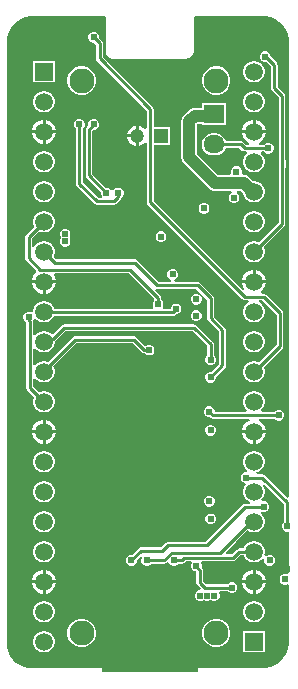
<source format=gbl>
G04*
G04 #@! TF.GenerationSoftware,Altium Limited,Altium Designer,24.1.2 (44)*
G04*
G04 Layer_Physical_Order=4*
G04 Layer_Color=16711680*
%FSLAX23Y23*%
%MOIN*%
G70*
G04*
G04 #@! TF.SameCoordinates,1E542CD3-69C3-4CFC-80F9-717F5B153BB9*
G04*
G04*
G04 #@! TF.FilePolarity,Positive*
G04*
G01*
G75*
%ADD24R,0.047X0.047*%
%ADD66C,0.010*%
%ADD69C,0.040*%
%ADD70C,0.047*%
%ADD71O,0.071X0.059*%
%ADD72R,0.071X0.059*%
%ADD73C,0.059*%
%ADD74R,0.059X0.059*%
%ADD75C,0.083*%
%ADD76C,0.024*%
%ADD84R,0.320X0.150*%
G36*
X872Y2188D02*
X872Y2188D01*
X872Y2188D01*
X880D01*
X897Y2185D01*
X912Y2178D01*
X926Y2169D01*
X938Y2157D01*
X947Y2143D01*
X954Y2127D01*
X957Y2111D01*
Y2102D01*
X957Y2102D01*
X957Y2102D01*
X959Y586D01*
X952Y583D01*
X878Y658D01*
X874Y660D01*
X870Y661D01*
X870Y661D01*
X851D01*
X850Y668D01*
X855Y669D01*
X864Y674D01*
X870Y681D01*
X875Y689D01*
X877Y698D01*
Y707D01*
X875Y716D01*
X870Y724D01*
X864Y731D01*
X855Y735D01*
X846Y738D01*
X837D01*
X828Y735D01*
X820Y731D01*
X813Y724D01*
X809Y716D01*
X806Y707D01*
Y698D01*
X809Y689D01*
X813Y681D01*
X820Y674D01*
X820Y674D01*
X820Y672D01*
X817Y667D01*
X811D01*
X805Y665D01*
X800Y660D01*
X797Y653D01*
Y646D01*
X800Y640D01*
X805Y635D01*
X811Y632D01*
X814Y625D01*
X813Y624D01*
X809Y616D01*
X806Y607D01*
Y598D01*
X809Y589D01*
X813Y581D01*
X820Y574D01*
X828Y569D01*
X827Y562D01*
X811D01*
X811Y562D01*
X807Y562D01*
X803Y559D01*
X803Y559D01*
X680Y436D01*
X555D01*
X551Y436D01*
X547Y433D01*
X547Y433D01*
X531Y417D01*
X465D01*
X465Y417D01*
X460Y416D01*
X457Y413D01*
X457Y413D01*
X435Y392D01*
X430D01*
X423Y389D01*
X418Y384D01*
X415Y378D01*
Y370D01*
X418Y364D01*
X423Y359D01*
X430Y356D01*
X437D01*
X443Y359D01*
X448Y364D01*
X451Y370D01*
Y376D01*
X464Y389D01*
X464Y389D01*
X465Y388D01*
X468Y381D01*
X466Y378D01*
Y370D01*
X469Y364D01*
X474Y359D01*
X481Y356D01*
X488D01*
X494Y359D01*
X498Y363D01*
X543D01*
X543Y363D01*
X547Y364D01*
X550Y366D01*
X551Y367D01*
X559Y365D01*
X560Y364D01*
X565Y359D01*
X571Y356D01*
X578D01*
X585Y359D01*
X589Y363D01*
X602D01*
X602Y363D01*
X606Y364D01*
X610Y366D01*
X614Y371D01*
X632D01*
X635Y364D01*
X632Y358D01*
Y351D01*
X635Y344D01*
X640Y339D01*
X646Y337D01*
X650D01*
Y299D01*
X650Y299D01*
X651Y295D01*
X653Y291D01*
X664Y281D01*
X661Y274D01*
X660D01*
X653Y271D01*
X648Y266D01*
X646Y259D01*
Y252D01*
X648Y246D01*
X653Y241D01*
X660Y238D01*
X667D01*
X673Y241D01*
X674Y242D01*
X675Y241D01*
X681Y238D01*
X689D01*
X695Y241D01*
X697Y243D01*
X699Y241D01*
X705Y238D01*
X713D01*
X719Y241D01*
X724Y246D01*
X727Y252D01*
Y259D01*
X724Y266D01*
X728Y272D01*
X754D01*
X758Y268D01*
X764Y266D01*
X771D01*
X778Y268D01*
X783Y273D01*
X786Y280D01*
Y287D01*
X783Y294D01*
X778Y299D01*
X771Y301D01*
X764D01*
X758Y299D01*
X754Y295D01*
X682D01*
X673Y304D01*
Y342D01*
X673Y342D01*
X672Y346D01*
X669Y350D01*
X669Y350D01*
X667Y352D01*
Y358D01*
X665Y364D01*
X668Y371D01*
X772D01*
X772Y371D01*
X777Y372D01*
X780Y375D01*
X797Y391D01*
X808D01*
X809Y389D01*
X813Y381D01*
X820Y374D01*
X828Y369D01*
X837Y367D01*
X846D01*
X855Y369D01*
X864Y374D01*
X869Y380D01*
X873Y378D01*
X876Y377D01*
Y370D01*
X879Y364D01*
X884Y359D01*
X890Y356D01*
X897D01*
X904Y359D01*
X909Y364D01*
X912Y370D01*
Y378D01*
X909Y384D01*
X904Y389D01*
X897Y392D01*
X890D01*
X884Y389D01*
X882Y387D01*
X875Y391D01*
X877Y398D01*
Y407D01*
X875Y416D01*
X870Y424D01*
X864Y431D01*
X855Y435D01*
X846Y438D01*
X837D01*
X828Y435D01*
X820Y431D01*
X813Y424D01*
X809Y416D01*
X808Y414D01*
X792D01*
X788Y413D01*
X784Y410D01*
X784Y410D01*
X768Y394D01*
X750D01*
X747Y400D01*
X820Y474D01*
X828Y469D01*
X837Y467D01*
X846D01*
X855Y469D01*
X864Y474D01*
X870Y481D01*
X875Y489D01*
X877Y498D01*
Y507D01*
X875Y516D01*
X870Y524D01*
X864Y531D01*
X867Y537D01*
X870Y535D01*
X878D01*
X884Y538D01*
X889Y543D01*
X892Y550D01*
Y557D01*
X889Y563D01*
X884Y568D01*
X878Y571D01*
X870D01*
X870Y571D01*
X866Y577D01*
X870Y581D01*
X875Y589D01*
X877Y598D01*
Y607D01*
X875Y616D01*
X871Y623D01*
X876Y628D01*
X942Y562D01*
Y502D01*
X938Y498D01*
X935Y492D01*
Y485D01*
X938Y478D01*
X943Y473D01*
X949Y470D01*
X956D01*
X959Y469D01*
X959Y331D01*
X952Y327D01*
X948Y329D01*
X941D01*
X935Y326D01*
X930Y321D01*
X927Y315D01*
Y307D01*
X930Y301D01*
X935Y296D01*
X941Y293D01*
X948D01*
X952Y295D01*
X959Y291D01*
X959Y102D01*
Y94D01*
X956Y77D01*
X949Y61D01*
X940Y47D01*
X928Y34D01*
X913Y25D01*
X897Y18D01*
X880Y15D01*
X90D01*
X75Y18D01*
X61Y24D01*
X48Y32D01*
X37Y43D01*
X28Y56D01*
X22Y71D01*
X19Y86D01*
Y94D01*
Y2102D01*
Y2111D01*
X22Y2127D01*
X29Y2143D01*
X38Y2157D01*
X50Y2169D01*
X64Y2178D01*
X80Y2185D01*
X96Y2188D01*
X105D01*
X340Y2188D01*
X341Y2188D01*
X347Y2185D01*
Y2075D01*
X347Y2073D01*
X347Y2071D01*
X348Y2070D01*
X348Y2069D01*
X348Y2069D01*
X350Y2063D01*
X352Y2060D01*
X353Y2058D01*
X357Y2053D01*
X360Y2051D01*
X362Y2049D01*
X368Y2046D01*
X370Y2046D01*
X371Y2045D01*
X375Y2044D01*
X376Y2044D01*
X378Y2044D01*
X610Y2045D01*
X611Y2045D01*
X612Y2045D01*
X615Y2046D01*
X617Y2046D01*
X620Y2047D01*
X626Y2050D01*
X631Y2053D01*
X636Y2058D01*
X639Y2063D01*
X642Y2070D01*
X642Y2072D01*
X643Y2074D01*
X643Y2078D01*
X643Y2078D01*
X643Y2079D01*
Y2181D01*
X643Y2182D01*
X646Y2188D01*
X648Y2188D01*
X651Y2189D01*
X651Y2189D01*
X651Y2189D01*
X652Y2189D01*
X872Y2188D01*
D02*
G37*
%LPC*%
G36*
X846Y2038D02*
X837D01*
X828Y2035D01*
X820Y2031D01*
X813Y2024D01*
X809Y2016D01*
X806Y2007D01*
Y1998D01*
X809Y1989D01*
X813Y1981D01*
X820Y1974D01*
X828Y1969D01*
X837Y1967D01*
X846D01*
X855Y1969D01*
X864Y1974D01*
X870Y1981D01*
X875Y1989D01*
X877Y1998D01*
Y2007D01*
X875Y2016D01*
X870Y2024D01*
X864Y2031D01*
X855Y2035D01*
X846Y2038D01*
D02*
G37*
G36*
X177D02*
X106D01*
Y1967D01*
X177D01*
Y2038D01*
D02*
G37*
G36*
X722Y2021D02*
X710D01*
X698Y2017D01*
X687Y2011D01*
X678Y2002D01*
X672Y1991D01*
X669Y1979D01*
Y1967D01*
X672Y1955D01*
X678Y1944D01*
X687Y1935D01*
X698Y1929D01*
X710Y1926D01*
X722D01*
X734Y1929D01*
X745Y1935D01*
X754Y1944D01*
X760Y1955D01*
X763Y1967D01*
Y1979D01*
X760Y1991D01*
X754Y2002D01*
X745Y2011D01*
X734Y2017D01*
X722Y2021D01*
D02*
G37*
G36*
X274D02*
X261D01*
X249Y2017D01*
X238Y2011D01*
X229Y2002D01*
X223Y1991D01*
X220Y1979D01*
Y1967D01*
X223Y1955D01*
X229Y1944D01*
X238Y1935D01*
X249Y1929D01*
X261Y1926D01*
X274D01*
X286Y1929D01*
X296Y1935D01*
X305Y1944D01*
X311Y1955D01*
X315Y1967D01*
Y1979D01*
X311Y1991D01*
X305Y2002D01*
X296Y2011D01*
X286Y2017D01*
X274Y2021D01*
D02*
G37*
G36*
X750Y1897D02*
X667D01*
Y1882D01*
X644D01*
X644Y1882D01*
X637Y1881D01*
X631Y1878D01*
X626Y1874D01*
X626Y1874D01*
X607Y1856D01*
X603Y1851D01*
X601Y1844D01*
X600Y1838D01*
X600Y1838D01*
Y1717D01*
X600Y1717D01*
X601Y1710D01*
X603Y1703D01*
X607Y1698D01*
X692Y1613D01*
X692Y1613D01*
X698Y1609D01*
X704Y1606D01*
X711Y1605D01*
X711Y1605D01*
X765D01*
X767Y1598D01*
X766Y1598D01*
X760Y1593D01*
X758Y1586D01*
Y1579D01*
X760Y1573D01*
X766Y1568D01*
X772Y1565D01*
X779D01*
X786Y1568D01*
X791Y1573D01*
X793Y1579D01*
Y1586D01*
X791Y1593D01*
X786Y1598D01*
X785Y1598D01*
X786Y1605D01*
X798D01*
X806Y1597D01*
X809Y1589D01*
X813Y1581D01*
X820Y1574D01*
X828Y1569D01*
X837Y1567D01*
X846D01*
X855Y1569D01*
X864Y1574D01*
X870Y1581D01*
X875Y1589D01*
X877Y1598D01*
Y1607D01*
X875Y1616D01*
X870Y1624D01*
X864Y1631D01*
X855Y1635D01*
X846Y1638D01*
X839D01*
X827Y1650D01*
X822Y1654D01*
X816Y1657D01*
X809Y1658D01*
X809Y1658D01*
X806D01*
X801Y1665D01*
X801Y1666D01*
Y1673D01*
X799Y1679D01*
X794Y1684D01*
X787Y1687D01*
X780D01*
X773Y1684D01*
X768Y1679D01*
X766Y1673D01*
Y1666D01*
X766Y1665D01*
X761Y1658D01*
X722D01*
X652Y1727D01*
Y1827D01*
X655Y1830D01*
X667D01*
Y1825D01*
X750D01*
Y1897D01*
D02*
G37*
G36*
X846Y1938D02*
X837D01*
X828Y1935D01*
X820Y1931D01*
X813Y1924D01*
X809Y1916D01*
X806Y1907D01*
Y1898D01*
X809Y1889D01*
X813Y1881D01*
X820Y1874D01*
X828Y1869D01*
X837Y1867D01*
X846D01*
X855Y1869D01*
X864Y1874D01*
X870Y1881D01*
X875Y1889D01*
X877Y1898D01*
Y1907D01*
X875Y1916D01*
X870Y1924D01*
X864Y1931D01*
X855Y1935D01*
X846Y1938D01*
D02*
G37*
G36*
X146D02*
X137D01*
X128Y1935D01*
X120Y1931D01*
X113Y1924D01*
X109Y1916D01*
X106Y1907D01*
Y1898D01*
X109Y1889D01*
X113Y1881D01*
X120Y1874D01*
X128Y1869D01*
X137Y1867D01*
X146D01*
X155Y1869D01*
X164Y1874D01*
X170Y1881D01*
X175Y1889D01*
X177Y1898D01*
Y1907D01*
X175Y1916D01*
X170Y1924D01*
X164Y1931D01*
X155Y1935D01*
X146Y1938D01*
D02*
G37*
G36*
X311Y2136D02*
X304D01*
X297Y2133D01*
X292Y2128D01*
X289Y2122D01*
Y2115D01*
X292Y2108D01*
X297Y2103D01*
X304Y2100D01*
X308D01*
X316Y2093D01*
Y2047D01*
X316Y2047D01*
X316Y2043D01*
X319Y2039D01*
X485Y1873D01*
Y1814D01*
X478Y1812D01*
X473Y1816D01*
X466Y1821D01*
X458Y1823D01*
Y1789D01*
Y1756D01*
X466Y1758D01*
X473Y1762D01*
X478Y1767D01*
X485Y1764D01*
Y1567D01*
X485Y1567D01*
X486Y1563D01*
X488Y1559D01*
X803Y1244D01*
X803Y1244D01*
X807Y1242D01*
X811Y1241D01*
X811Y1241D01*
X823D01*
X825Y1234D01*
X820Y1231D01*
X813Y1224D01*
X809Y1216D01*
X806Y1207D01*
Y1198D01*
X809Y1189D01*
X813Y1181D01*
X820Y1174D01*
X828Y1169D01*
X837Y1167D01*
X846D01*
X855Y1169D01*
X864Y1174D01*
X870Y1181D01*
X875Y1189D01*
X877Y1198D01*
Y1207D01*
X875Y1216D01*
X870Y1224D01*
X864Y1231D01*
X858Y1234D01*
X860Y1241D01*
X869D01*
X918Y1192D01*
Y1094D01*
X858Y1034D01*
X855Y1035D01*
X846Y1038D01*
X837D01*
X828Y1035D01*
X820Y1031D01*
X813Y1024D01*
X809Y1016D01*
X806Y1007D01*
Y998D01*
X809Y989D01*
X813Y981D01*
X820Y974D01*
X828Y969D01*
X837Y967D01*
X846D01*
X855Y969D01*
X864Y974D01*
X870Y981D01*
X875Y989D01*
X877Y998D01*
Y1007D01*
X875Y1016D01*
X874Y1018D01*
X937Y1082D01*
X937Y1082D01*
X939Y1085D01*
X940Y1090D01*
X940Y1090D01*
Y1197D01*
X940Y1197D01*
X939Y1201D01*
X937Y1205D01*
X882Y1260D01*
X878Y1262D01*
X874Y1263D01*
X874Y1263D01*
X867D01*
X865Y1270D01*
X866Y1271D01*
X873Y1278D01*
X879Y1287D01*
X881Y1297D01*
Y1297D01*
X842D01*
X802D01*
Y1297D01*
X805Y1287D01*
X809Y1279D01*
X804Y1275D01*
X507Y1572D01*
Y1760D01*
X561D01*
Y1819D01*
X507D01*
Y1878D01*
X507Y1878D01*
X506Y1882D01*
X504Y1886D01*
X504Y1886D01*
X338Y2052D01*
Y2098D01*
X337Y2102D01*
X335Y2105D01*
X335Y2105D01*
X325Y2115D01*
Y2122D01*
X322Y2128D01*
X317Y2133D01*
X311Y2136D01*
D02*
G37*
G36*
X147Y1842D02*
X147D01*
Y1807D01*
X181D01*
Y1808D01*
X179Y1818D01*
X173Y1827D01*
X166Y1834D01*
X157Y1839D01*
X147Y1842D01*
D02*
G37*
G36*
X137D02*
X136D01*
X126Y1839D01*
X117Y1834D01*
X110Y1827D01*
X105Y1818D01*
X102Y1808D01*
Y1807D01*
X137D01*
Y1842D01*
D02*
G37*
G36*
X847D02*
X847D01*
Y1807D01*
X881D01*
Y1808D01*
X879Y1818D01*
X873Y1827D01*
X866Y1834D01*
X857Y1839D01*
X847Y1842D01*
D02*
G37*
G36*
X837D02*
X836D01*
X826Y1839D01*
X817Y1834D01*
X810Y1827D01*
X805Y1818D01*
X802Y1808D01*
Y1807D01*
X837D01*
Y1842D01*
D02*
G37*
G36*
X448Y1823D02*
X440Y1821D01*
X432Y1816D01*
X426Y1810D01*
X421Y1802D01*
X419Y1794D01*
X448D01*
Y1823D01*
D02*
G37*
G36*
X181Y1797D02*
X147D01*
Y1763D01*
X147D01*
X157Y1766D01*
X166Y1771D01*
X173Y1778D01*
X179Y1787D01*
X181Y1797D01*
Y1797D01*
D02*
G37*
G36*
X137D02*
X102D01*
Y1797D01*
X105Y1787D01*
X110Y1778D01*
X117Y1771D01*
X126Y1766D01*
X136Y1763D01*
X137D01*
Y1797D01*
D02*
G37*
G36*
X881Y1797D02*
X842D01*
X802D01*
Y1797D01*
X805Y1787D01*
X810Y1778D01*
X817Y1771D01*
X825Y1766D01*
X825Y1761D01*
X824Y1759D01*
X816D01*
X806Y1769D01*
X802Y1771D01*
X798Y1772D01*
X798Y1772D01*
X748D01*
X746Y1779D01*
X740Y1786D01*
X732Y1792D01*
X724Y1796D01*
X715Y1797D01*
X703D01*
X693Y1796D01*
X685Y1792D01*
X677Y1786D01*
X672Y1779D01*
X668Y1770D01*
X667Y1761D01*
X668Y1752D01*
X672Y1743D01*
X677Y1736D01*
X685Y1730D01*
X693Y1726D01*
X703Y1725D01*
X715D01*
X724Y1726D01*
X732Y1730D01*
X740Y1736D01*
X746Y1743D01*
X748Y1750D01*
X793D01*
X803Y1740D01*
X807Y1738D01*
X811Y1737D01*
X811Y1737D01*
X816D01*
X818Y1734D01*
X819Y1730D01*
X813Y1724D01*
X809Y1716D01*
X806Y1707D01*
Y1698D01*
X809Y1689D01*
X813Y1681D01*
X820Y1674D01*
X828Y1669D01*
X837Y1667D01*
X846D01*
X855Y1669D01*
X864Y1674D01*
X870Y1681D01*
X875Y1689D01*
X877Y1698D01*
Y1707D01*
X875Y1716D01*
X870Y1724D01*
X864Y1730D01*
X865Y1734D01*
X867Y1737D01*
X876D01*
X880Y1733D01*
X886Y1730D01*
X893D01*
X900Y1733D01*
X905Y1738D01*
X908Y1744D01*
Y1752D01*
X905Y1758D01*
X900Y1763D01*
X893Y1766D01*
X886D01*
X880Y1763D01*
X876Y1759D01*
X859D01*
X859Y1761D01*
X858Y1766D01*
X866Y1771D01*
X873Y1778D01*
X879Y1787D01*
X881Y1797D01*
Y1797D01*
D02*
G37*
G36*
X448Y1784D02*
X419D01*
X421Y1776D01*
X426Y1769D01*
X432Y1762D01*
X440Y1758D01*
X448Y1756D01*
Y1784D01*
D02*
G37*
G36*
X146Y1738D02*
X137D01*
X128Y1735D01*
X120Y1731D01*
X113Y1724D01*
X109Y1716D01*
X106Y1707D01*
Y1698D01*
X109Y1689D01*
X113Y1681D01*
X120Y1674D01*
X128Y1669D01*
X137Y1667D01*
X146D01*
X155Y1669D01*
X164Y1674D01*
X170Y1681D01*
X175Y1689D01*
X177Y1698D01*
Y1707D01*
X175Y1716D01*
X170Y1724D01*
X164Y1731D01*
X155Y1735D01*
X146Y1738D01*
D02*
G37*
G36*
X311Y1845D02*
X304D01*
X297Y1842D01*
X292Y1837D01*
X289Y1830D01*
Y1824D01*
X284Y1819D01*
X282Y1815D01*
X281Y1811D01*
X281Y1811D01*
Y1657D01*
X281Y1657D01*
X282Y1652D01*
X284Y1649D01*
X333Y1600D01*
Y1595D01*
X335Y1589D01*
X334Y1586D01*
X332Y1582D01*
X324D01*
X271Y1635D01*
Y1813D01*
X275Y1817D01*
X278Y1823D01*
Y1830D01*
X275Y1837D01*
X270Y1842D01*
X263Y1845D01*
X256D01*
X250Y1842D01*
X245Y1837D01*
X242Y1830D01*
Y1823D01*
X245Y1817D01*
X249Y1813D01*
Y1630D01*
X249Y1630D01*
X249Y1626D01*
X252Y1622D01*
X311Y1563D01*
X311Y1563D01*
X315Y1561D01*
X319Y1560D01*
X319Y1560D01*
X374D01*
X374Y1560D01*
X378Y1561D01*
X382Y1563D01*
X395Y1576D01*
X395Y1576D01*
X398Y1580D01*
X398Y1583D01*
X400Y1583D01*
X405Y1588D01*
X408Y1595D01*
Y1602D01*
X405Y1609D01*
X400Y1614D01*
X393Y1616D01*
X386D01*
X380Y1614D01*
X375Y1609D01*
X374Y1607D01*
X366D01*
X365Y1609D01*
X360Y1614D01*
X354Y1616D01*
X348D01*
X303Y1661D01*
Y1806D01*
X306Y1809D01*
X311D01*
X317Y1812D01*
X322Y1817D01*
X325Y1823D01*
Y1830D01*
X322Y1837D01*
X317Y1842D01*
X311Y1845D01*
D02*
G37*
G36*
X146Y1638D02*
X137D01*
X128Y1635D01*
X120Y1631D01*
X113Y1624D01*
X109Y1616D01*
X106Y1607D01*
Y1598D01*
X109Y1589D01*
X113Y1581D01*
X120Y1574D01*
X128Y1569D01*
X137Y1567D01*
X146D01*
X155Y1569D01*
X164Y1574D01*
X170Y1581D01*
X175Y1589D01*
X177Y1598D01*
Y1607D01*
X175Y1616D01*
X170Y1624D01*
X164Y1631D01*
X155Y1635D01*
X146Y1638D01*
D02*
G37*
G36*
X679Y1566D02*
X672D01*
X665Y1563D01*
X660Y1558D01*
X658Y1552D01*
Y1545D01*
X660Y1538D01*
X665Y1533D01*
X672Y1530D01*
X679D01*
X686Y1533D01*
X691Y1538D01*
X693Y1545D01*
Y1552D01*
X691Y1558D01*
X686Y1563D01*
X679Y1566D01*
D02*
G37*
G36*
X846Y1538D02*
X837D01*
X828Y1535D01*
X820Y1531D01*
X813Y1524D01*
X809Y1516D01*
X806Y1507D01*
Y1498D01*
X809Y1489D01*
X813Y1481D01*
X820Y1474D01*
X828Y1469D01*
X837Y1467D01*
X846D01*
X855Y1469D01*
X864Y1474D01*
X870Y1481D01*
X875Y1489D01*
X877Y1498D01*
Y1507D01*
X875Y1516D01*
X870Y1524D01*
X864Y1531D01*
X855Y1535D01*
X846Y1538D01*
D02*
G37*
G36*
X146D02*
X137D01*
X128Y1535D01*
X120Y1531D01*
X113Y1524D01*
X109Y1516D01*
X106Y1507D01*
Y1498D01*
X109Y1489D01*
X110Y1486D01*
X83Y1459D01*
X80Y1456D01*
X80Y1451D01*
X80Y1451D01*
Y1382D01*
X80Y1382D01*
X80Y1377D01*
X83Y1374D01*
X116Y1340D01*
X115Y1332D01*
X110Y1327D01*
X105Y1318D01*
X102Y1308D01*
Y1307D01*
X142D01*
X181D01*
Y1308D01*
X179Y1318D01*
X174Y1325D01*
X177Y1332D01*
X424D01*
X507Y1248D01*
Y1239D01*
X507Y1238D01*
X504Y1232D01*
Y1225D01*
X506Y1219D01*
X505Y1216D01*
X503Y1212D01*
X176D01*
X175Y1216D01*
X170Y1224D01*
X164Y1231D01*
X155Y1235D01*
X146Y1238D01*
X137D01*
X128Y1235D01*
X120Y1231D01*
X113Y1224D01*
X109Y1216D01*
X106Y1207D01*
Y1205D01*
X104Y1203D01*
X99Y1201D01*
X94Y1203D01*
X87D01*
X80Y1200D01*
X75Y1195D01*
X73Y1189D01*
Y1181D01*
X75Y1175D01*
X80Y1170D01*
X83Y1169D01*
X83Y1169D01*
X83Y1169D01*
Y950D01*
X83Y950D01*
X84Y946D01*
X86Y942D01*
X110Y918D01*
X109Y916D01*
X106Y907D01*
Y898D01*
X109Y889D01*
X113Y881D01*
X120Y874D01*
X128Y869D01*
X137Y867D01*
X146D01*
X155Y869D01*
X164Y874D01*
X170Y881D01*
X175Y889D01*
X177Y898D01*
Y907D01*
X175Y916D01*
X170Y924D01*
X164Y931D01*
X155Y935D01*
X146Y938D01*
X137D01*
X128Y935D01*
X126Y934D01*
X105Y955D01*
Y980D01*
X112Y982D01*
X113Y981D01*
X120Y974D01*
X128Y969D01*
X137Y967D01*
X146D01*
X155Y969D01*
X164Y974D01*
X170Y981D01*
X175Y989D01*
X177Y998D01*
Y1007D01*
X175Y1016D01*
X172Y1021D01*
X250Y1099D01*
X436D01*
X467Y1068D01*
X467Y1068D01*
X471Y1066D01*
X475Y1065D01*
X475Y1065D01*
X477D01*
X482Y1060D01*
X489Y1057D01*
X496D01*
X502Y1060D01*
X507Y1065D01*
X510Y1071D01*
Y1078D01*
X507Y1085D01*
X502Y1090D01*
X496Y1093D01*
X489D01*
X482Y1090D01*
X480Y1087D01*
X449Y1118D01*
X445Y1121D01*
X441Y1121D01*
X441Y1121D01*
X246D01*
X241Y1121D01*
X238Y1118D01*
X238Y1118D01*
X155Y1036D01*
X146Y1038D01*
X137D01*
X128Y1035D01*
X120Y1031D01*
X113Y1024D01*
X112Y1022D01*
X105Y1024D01*
Y1080D01*
X112Y1082D01*
X113Y1081D01*
X120Y1074D01*
X128Y1069D01*
X137Y1067D01*
X146D01*
X155Y1069D01*
X164Y1074D01*
X170Y1081D01*
X175Y1089D01*
X177Y1098D01*
Y1103D01*
X179Y1104D01*
X213Y1138D01*
X637D01*
X686Y1090D01*
Y1057D01*
X682Y1053D01*
X679Y1047D01*
Y1040D01*
X682Y1033D01*
X687Y1028D01*
X693Y1025D01*
X700D01*
X707Y1028D01*
X712Y1033D01*
X715Y1040D01*
Y1047D01*
X712Y1053D01*
X708Y1057D01*
Y1094D01*
X708Y1094D01*
X707Y1099D01*
X705Y1102D01*
X705Y1102D01*
X650Y1158D01*
X646Y1160D01*
X642Y1161D01*
X642Y1161D01*
X209D01*
X209Y1161D01*
X204Y1160D01*
X201Y1158D01*
X201Y1158D01*
X169Y1126D01*
X164Y1131D01*
X155Y1135D01*
X146Y1138D01*
X137D01*
X128Y1135D01*
X120Y1131D01*
X113Y1124D01*
X112Y1122D01*
X105Y1124D01*
Y1172D01*
X105Y1172D01*
X105Y1173D01*
X109Y1177D01*
X116Y1178D01*
X120Y1174D01*
X128Y1169D01*
X137Y1167D01*
X146D01*
X155Y1169D01*
X164Y1174D01*
X170Y1181D01*
X175Y1189D01*
X175Y1190D01*
X571D01*
X571Y1190D01*
X575Y1190D01*
X579Y1193D01*
X581Y1195D01*
X586D01*
X593Y1197D01*
X598Y1203D01*
X600Y1209D01*
Y1216D01*
X598Y1223D01*
X593Y1228D01*
X586Y1230D01*
X579D01*
X573Y1228D01*
X568Y1223D01*
X565Y1216D01*
Y1212D01*
X540D01*
X538Y1216D01*
X537Y1219D01*
X539Y1225D01*
Y1232D01*
X537Y1238D01*
X533Y1242D01*
Y1250D01*
X533Y1250D01*
X532Y1254D01*
X530Y1257D01*
X530Y1257D01*
X513Y1275D01*
X514Y1277D01*
X517Y1281D01*
X520Y1280D01*
X520Y1280D01*
X649D01*
X686Y1243D01*
Y1181D01*
X686Y1181D01*
X686Y1177D01*
X689Y1173D01*
X725Y1137D01*
Y1028D01*
X699Y1002D01*
X693D01*
X687Y999D01*
X682Y994D01*
X679Y988D01*
Y981D01*
X682Y974D01*
X687Y969D01*
X693Y966D01*
X700D01*
X707Y969D01*
X712Y974D01*
X715Y981D01*
Y986D01*
X744Y1016D01*
X744Y1016D01*
X747Y1019D01*
X747Y1024D01*
Y1142D01*
X747Y1146D01*
X744Y1150D01*
X744Y1150D01*
X708Y1186D01*
Y1248D01*
X708Y1248D01*
X707Y1252D01*
X705Y1256D01*
X705Y1256D01*
X661Y1299D01*
X658Y1302D01*
X654Y1303D01*
X654Y1303D01*
X577D01*
X576Y1310D01*
X581Y1312D01*
X586Y1317D01*
X589Y1323D01*
Y1330D01*
X586Y1337D01*
X581Y1342D01*
X574Y1345D01*
X567D01*
X561Y1342D01*
X556Y1337D01*
X553Y1330D01*
Y1323D01*
X556Y1317D01*
X561Y1312D01*
X566Y1310D01*
X564Y1303D01*
X524D01*
X453Y1374D01*
X449Y1377D01*
X445Y1377D01*
X445Y1377D01*
X183D01*
X174Y1386D01*
X175Y1389D01*
X177Y1398D01*
Y1407D01*
X175Y1416D01*
X170Y1424D01*
X164Y1431D01*
X155Y1435D01*
X146Y1438D01*
X137D01*
X128Y1435D01*
X120Y1431D01*
X113Y1424D01*
X112Y1422D01*
X103Y1420D01*
X102Y1421D01*
Y1447D01*
X126Y1471D01*
X128Y1469D01*
X137Y1467D01*
X146D01*
X155Y1469D01*
X164Y1474D01*
X170Y1481D01*
X175Y1489D01*
X177Y1498D01*
Y1507D01*
X175Y1516D01*
X170Y1524D01*
X164Y1531D01*
X155Y1535D01*
X146Y1538D01*
D02*
G37*
G36*
X535Y1471D02*
X528D01*
X521Y1468D01*
X516Y1463D01*
X514Y1456D01*
Y1449D01*
X516Y1443D01*
X521Y1438D01*
X528Y1435D01*
X535D01*
X542Y1438D01*
X547Y1443D01*
X549Y1449D01*
Y1456D01*
X547Y1463D01*
X542Y1468D01*
X535Y1471D01*
D02*
G37*
G36*
X882Y2071D02*
X875D01*
X869Y2068D01*
X864Y2063D01*
X861Y2056D01*
Y2049D01*
X864Y2043D01*
X869Y2038D01*
X875Y2035D01*
X882D01*
X884Y2036D01*
X898Y2021D01*
Y1949D01*
X898Y1949D01*
X899Y1945D01*
X902Y1941D01*
X924Y1918D01*
Y1706D01*
X924Y1706D01*
X925Y1702D01*
X925Y1701D01*
Y1698D01*
X925Y1698D01*
X924Y1693D01*
X925Y1689D01*
X924Y1686D01*
X924Y1686D01*
Y1500D01*
X858Y1434D01*
X855Y1435D01*
X846Y1438D01*
X837D01*
X828Y1435D01*
X820Y1431D01*
X813Y1424D01*
X809Y1416D01*
X806Y1407D01*
Y1398D01*
X809Y1389D01*
X813Y1381D01*
X820Y1374D01*
X828Y1369D01*
X837Y1367D01*
X846D01*
X855Y1369D01*
X864Y1374D01*
X870Y1381D01*
X875Y1389D01*
X877Y1398D01*
Y1407D01*
X875Y1416D01*
X874Y1418D01*
X943Y1488D01*
X943Y1488D01*
X945Y1491D01*
X946Y1496D01*
Y1682D01*
X947Y1683D01*
X948Y1687D01*
X948Y1687D01*
Y1692D01*
X948Y1692D01*
X947Y1693D01*
X948Y1695D01*
X948Y1695D01*
Y1705D01*
X948Y1705D01*
X947Y1709D01*
X946Y1710D01*
Y1923D01*
X946Y1923D01*
X945Y1927D01*
X943Y1931D01*
X943Y1931D01*
X921Y1953D01*
Y2026D01*
X921Y2026D01*
X920Y2030D01*
X917Y2034D01*
X917Y2034D01*
X896Y2055D01*
Y2056D01*
X894Y2063D01*
X889Y2068D01*
X882Y2071D01*
D02*
G37*
G36*
X216Y1478D02*
X209D01*
X203Y1476D01*
X197Y1471D01*
X195Y1464D01*
Y1457D01*
X197Y1451D01*
X199Y1449D01*
X197Y1447D01*
X195Y1441D01*
Y1433D01*
X197Y1427D01*
X203Y1422D01*
X209Y1419D01*
X216D01*
X223Y1422D01*
X228Y1427D01*
X230Y1433D01*
Y1441D01*
X228Y1447D01*
X226Y1449D01*
X228Y1451D01*
X230Y1457D01*
Y1464D01*
X228Y1471D01*
X223Y1476D01*
X216Y1478D01*
D02*
G37*
G36*
X847Y1342D02*
X847D01*
Y1307D01*
X881D01*
Y1308D01*
X879Y1318D01*
X873Y1327D01*
X866Y1334D01*
X857Y1339D01*
X847Y1342D01*
D02*
G37*
G36*
X837D02*
X836D01*
X826Y1339D01*
X817Y1334D01*
X810Y1327D01*
X805Y1318D01*
X802Y1308D01*
Y1307D01*
X837D01*
Y1342D01*
D02*
G37*
G36*
X181Y1297D02*
X147D01*
Y1263D01*
X147D01*
X157Y1266D01*
X166Y1271D01*
X173Y1278D01*
X179Y1287D01*
X181Y1297D01*
Y1297D01*
D02*
G37*
G36*
X137D02*
X102D01*
Y1297D01*
X105Y1287D01*
X110Y1278D01*
X117Y1271D01*
X126Y1266D01*
X136Y1263D01*
X137D01*
Y1297D01*
D02*
G37*
G36*
X653Y1262D02*
X646D01*
X640Y1259D01*
X635Y1254D01*
X632Y1248D01*
Y1241D01*
X635Y1234D01*
X640Y1229D01*
X646Y1226D01*
X653D01*
X660Y1229D01*
X665Y1234D01*
X667Y1241D01*
Y1248D01*
X665Y1254D01*
X660Y1259D01*
X653Y1262D01*
D02*
G37*
G36*
Y1207D02*
X646D01*
X640Y1204D01*
X635Y1199D01*
X632Y1193D01*
Y1185D01*
X635Y1179D01*
X640Y1174D01*
X646Y1171D01*
X653D01*
X660Y1174D01*
X665Y1179D01*
X667Y1185D01*
Y1193D01*
X665Y1199D01*
X660Y1204D01*
X653Y1207D01*
D02*
G37*
G36*
X846Y1138D02*
X837D01*
X828Y1135D01*
X820Y1131D01*
X813Y1124D01*
X809Y1116D01*
X806Y1107D01*
Y1098D01*
X809Y1089D01*
X813Y1081D01*
X820Y1074D01*
X828Y1069D01*
X837Y1067D01*
X846D01*
X855Y1069D01*
X864Y1074D01*
X870Y1081D01*
X875Y1089D01*
X877Y1098D01*
Y1107D01*
X875Y1116D01*
X870Y1124D01*
X864Y1131D01*
X855Y1135D01*
X846Y1138D01*
D02*
G37*
G36*
Y938D02*
X837D01*
X828Y935D01*
X820Y931D01*
X813Y924D01*
X809Y916D01*
X806Y907D01*
Y898D01*
X809Y889D01*
X813Y881D01*
X818Y876D01*
X816Y869D01*
X711D01*
Y874D01*
X708Y880D01*
X703Y885D01*
X696Y888D01*
X689D01*
X683Y885D01*
X678Y880D01*
X675Y874D01*
Y867D01*
X678Y860D01*
X683Y855D01*
X689Y852D01*
X695D01*
X698Y850D01*
X698Y850D01*
X701Y847D01*
X706Y846D01*
X826D01*
X827Y839D01*
X826Y839D01*
X817Y834D01*
X810Y827D01*
X805Y818D01*
X802Y808D01*
Y807D01*
X842D01*
X881D01*
Y808D01*
X879Y818D01*
X873Y827D01*
X866Y834D01*
X857Y839D01*
X857Y839D01*
X857Y846D01*
X912D01*
X915Y843D01*
X922Y840D01*
X929D01*
X935Y843D01*
X940Y848D01*
X943Y855D01*
Y862D01*
X940Y868D01*
X935Y873D01*
X929Y876D01*
X922D01*
X915Y873D01*
X910Y869D01*
X868D01*
X865Y876D01*
X870Y881D01*
X875Y889D01*
X877Y898D01*
Y907D01*
X875Y916D01*
X870Y924D01*
X864Y931D01*
X855Y935D01*
X846Y938D01*
D02*
G37*
G36*
X147Y842D02*
X147D01*
Y807D01*
X181D01*
Y808D01*
X179Y818D01*
X173Y827D01*
X166Y834D01*
X157Y839D01*
X147Y842D01*
D02*
G37*
G36*
X137D02*
X136D01*
X126Y839D01*
X117Y834D01*
X110Y827D01*
X105Y818D01*
X102Y808D01*
Y807D01*
X137D01*
Y842D01*
D02*
G37*
G36*
X700Y825D02*
X693D01*
X687Y822D01*
X682Y817D01*
X679Y811D01*
Y804D01*
X682Y797D01*
X687Y792D01*
X693Y789D01*
X700D01*
X707Y792D01*
X712Y797D01*
X715Y804D01*
Y811D01*
X712Y817D01*
X707Y822D01*
X700Y825D01*
D02*
G37*
G36*
X881Y797D02*
X847D01*
Y763D01*
X847D01*
X857Y766D01*
X866Y771D01*
X873Y778D01*
X879Y787D01*
X881Y797D01*
Y797D01*
D02*
G37*
G36*
X837D02*
X802D01*
Y797D01*
X805Y787D01*
X810Y778D01*
X817Y771D01*
X826Y766D01*
X836Y763D01*
X837D01*
Y797D01*
D02*
G37*
G36*
X181Y797D02*
X147D01*
Y763D01*
X147D01*
X157Y766D01*
X166Y771D01*
X173Y778D01*
X179Y787D01*
X181Y797D01*
Y797D01*
D02*
G37*
G36*
X137D02*
X102D01*
Y797D01*
X105Y787D01*
X110Y778D01*
X117Y771D01*
X126Y766D01*
X136Y763D01*
X137D01*
Y797D01*
D02*
G37*
G36*
X146Y738D02*
X137D01*
X128Y735D01*
X120Y731D01*
X113Y724D01*
X109Y716D01*
X106Y707D01*
Y698D01*
X109Y689D01*
X113Y681D01*
X120Y674D01*
X128Y669D01*
X137Y667D01*
X146D01*
X155Y669D01*
X164Y674D01*
X170Y681D01*
X175Y689D01*
X177Y698D01*
Y707D01*
X175Y716D01*
X170Y724D01*
X164Y731D01*
X155Y735D01*
X146Y738D01*
D02*
G37*
G36*
Y638D02*
X137D01*
X128Y635D01*
X120Y631D01*
X113Y624D01*
X109Y616D01*
X106Y607D01*
Y598D01*
X109Y589D01*
X113Y581D01*
X120Y574D01*
X128Y569D01*
X137Y567D01*
X146D01*
X155Y569D01*
X164Y574D01*
X170Y581D01*
X175Y589D01*
X177Y598D01*
Y607D01*
X175Y616D01*
X170Y624D01*
X164Y631D01*
X155Y635D01*
X146Y638D01*
D02*
G37*
G36*
X696Y589D02*
X689D01*
X683Y586D01*
X678Y581D01*
X675Y574D01*
Y567D01*
X678Y561D01*
X683Y556D01*
X689Y553D01*
X696D01*
X703Y556D01*
X708Y561D01*
X711Y567D01*
Y574D01*
X708Y581D01*
X703Y586D01*
X696Y589D01*
D02*
G37*
G36*
X700Y530D02*
X693D01*
X687Y527D01*
X682Y522D01*
X679Y515D01*
Y508D01*
X682Y502D01*
X687Y497D01*
X693Y494D01*
X700D01*
X707Y497D01*
X712Y502D01*
X715Y508D01*
Y515D01*
X712Y522D01*
X707Y527D01*
X700Y530D01*
D02*
G37*
G36*
X146Y538D02*
X137D01*
X128Y535D01*
X120Y531D01*
X113Y524D01*
X109Y516D01*
X106Y507D01*
Y498D01*
X109Y489D01*
X113Y481D01*
X120Y474D01*
X128Y469D01*
X137Y467D01*
X146D01*
X155Y469D01*
X164Y474D01*
X170Y481D01*
X175Y489D01*
X177Y498D01*
Y507D01*
X175Y516D01*
X170Y524D01*
X164Y531D01*
X155Y535D01*
X146Y538D01*
D02*
G37*
G36*
Y438D02*
X137D01*
X128Y435D01*
X120Y431D01*
X113Y424D01*
X109Y416D01*
X106Y407D01*
Y398D01*
X109Y389D01*
X113Y381D01*
X120Y374D01*
X128Y369D01*
X137Y367D01*
X146D01*
X155Y369D01*
X164Y374D01*
X170Y381D01*
X175Y389D01*
X177Y398D01*
Y407D01*
X175Y416D01*
X170Y424D01*
X164Y431D01*
X155Y435D01*
X146Y438D01*
D02*
G37*
G36*
X147Y342D02*
X147D01*
Y307D01*
X181D01*
Y308D01*
X179Y318D01*
X173Y327D01*
X166Y334D01*
X157Y339D01*
X147Y342D01*
D02*
G37*
G36*
X137D02*
X136D01*
X126Y339D01*
X117Y334D01*
X110Y327D01*
X105Y318D01*
X102Y308D01*
Y307D01*
X137D01*
Y342D01*
D02*
G37*
G36*
X847D02*
X847D01*
Y307D01*
X881D01*
Y308D01*
X879Y318D01*
X873Y327D01*
X866Y334D01*
X857Y339D01*
X847Y342D01*
D02*
G37*
G36*
X837D02*
X836D01*
X826Y339D01*
X817Y334D01*
X810Y327D01*
X805Y318D01*
X802Y308D01*
Y307D01*
X837D01*
Y342D01*
D02*
G37*
G36*
X881Y297D02*
X847D01*
Y263D01*
X847D01*
X857Y266D01*
X866Y271D01*
X873Y278D01*
X879Y287D01*
X881Y297D01*
Y297D01*
D02*
G37*
G36*
X837D02*
X802D01*
Y297D01*
X805Y287D01*
X810Y278D01*
X817Y271D01*
X826Y266D01*
X836Y263D01*
X837D01*
Y297D01*
D02*
G37*
G36*
X181Y297D02*
X147D01*
Y263D01*
X147D01*
X157Y266D01*
X166Y271D01*
X173Y278D01*
X179Y287D01*
X181Y297D01*
Y297D01*
D02*
G37*
G36*
X137D02*
X102D01*
Y297D01*
X105Y287D01*
X110Y278D01*
X117Y271D01*
X126Y266D01*
X136Y263D01*
X137D01*
Y297D01*
D02*
G37*
G36*
X846Y238D02*
X837D01*
X828Y235D01*
X820Y231D01*
X813Y224D01*
X809Y216D01*
X806Y207D01*
Y198D01*
X809Y189D01*
X813Y181D01*
X820Y174D01*
X828Y169D01*
X837Y167D01*
X846D01*
X855Y169D01*
X864Y174D01*
X870Y181D01*
X875Y189D01*
X877Y198D01*
Y207D01*
X875Y216D01*
X870Y224D01*
X864Y231D01*
X855Y235D01*
X846Y238D01*
D02*
G37*
G36*
X146D02*
X137D01*
X128Y235D01*
X120Y231D01*
X113Y224D01*
X109Y216D01*
X106Y207D01*
Y198D01*
X109Y189D01*
X113Y181D01*
X120Y174D01*
X128Y169D01*
X137Y167D01*
X146D01*
X155Y169D01*
X164Y174D01*
X170Y181D01*
X175Y189D01*
X177Y198D01*
Y207D01*
X175Y216D01*
X170Y224D01*
X164Y231D01*
X155Y235D01*
X146Y238D01*
D02*
G37*
G36*
X722Y179D02*
X710D01*
X698Y176D01*
X687Y169D01*
X678Y161D01*
X672Y150D01*
X669Y138D01*
Y125D01*
X672Y113D01*
X678Y102D01*
X687Y94D01*
X698Y87D01*
X710Y84D01*
X722D01*
X734Y87D01*
X745Y94D01*
X754Y102D01*
X760Y113D01*
X763Y125D01*
Y138D01*
X760Y150D01*
X754Y161D01*
X745Y169D01*
X734Y176D01*
X722Y179D01*
D02*
G37*
G36*
X274D02*
X261D01*
X249Y176D01*
X238Y169D01*
X229Y161D01*
X223Y150D01*
X220Y138D01*
Y125D01*
X223Y113D01*
X229Y102D01*
X238Y94D01*
X249Y87D01*
X261Y84D01*
X274D01*
X286Y87D01*
X296Y94D01*
X305Y102D01*
X311Y113D01*
X315Y125D01*
Y138D01*
X311Y150D01*
X305Y161D01*
X296Y169D01*
X286Y176D01*
X274Y179D01*
D02*
G37*
G36*
X877Y138D02*
X806D01*
Y67D01*
X877D01*
Y138D01*
D02*
G37*
G36*
X146D02*
X137D01*
X128Y135D01*
X120Y131D01*
X113Y124D01*
X109Y116D01*
X106Y107D01*
Y98D01*
X109Y89D01*
X113Y81D01*
X120Y74D01*
X128Y69D01*
X137Y67D01*
X146D01*
X155Y69D01*
X164Y74D01*
X170Y81D01*
X175Y89D01*
X177Y98D01*
Y107D01*
X175Y116D01*
X170Y124D01*
X164Y131D01*
X155Y135D01*
X146Y138D01*
D02*
G37*
%LPD*%
D24*
X531Y1789D02*
D03*
D66*
X387Y1584D02*
Y1596D01*
X374Y1571D02*
X387Y1584D01*
X319Y1571D02*
X374D01*
X387Y1596D02*
X390Y1598D01*
X260Y1630D02*
X319Y1571D01*
X292Y1657D02*
X350Y1598D01*
X260Y1630D02*
Y1827D01*
X292Y1657D02*
Y1811D01*
X307Y1826D02*
Y1827D01*
X292Y1811D02*
X307Y1826D01*
X465Y406D02*
X535D01*
X555Y425D02*
X685D01*
X535Y406D02*
X555Y425D01*
X433Y374D02*
X465Y406D01*
X697Y1181D02*
Y1248D01*
X736Y1024D02*
Y1142D01*
X697Y1181D02*
X736Y1142D01*
X697Y984D02*
X736Y1024D01*
X706Y858D02*
X924D01*
X693Y870D02*
X706Y858D01*
X924D02*
X925Y858D01*
X693Y870D02*
X693D01*
X882Y2053D02*
X909Y2026D01*
Y1949D02*
Y2026D01*
X879Y2053D02*
X882D01*
X811Y1748D02*
X890D01*
X798Y1761D02*
X811Y1748D01*
X709Y1761D02*
X798D01*
X143Y1201D02*
X571D01*
X579Y1209D02*
X583D01*
X571Y1201D02*
X579Y1209D01*
X522Y1229D02*
Y1250D01*
X429Y1343D02*
X522Y1250D01*
X522Y1228D02*
X522Y1229D01*
X91Y1185D02*
X93Y1182D01*
Y1173D02*
X94Y1172D01*
Y950D02*
Y1172D01*
X93Y1173D02*
Y1182D01*
X94Y950D02*
X142Y902D01*
X209Y1150D02*
X642D01*
X697Y1094D01*
X171Y1112D02*
X209Y1150D01*
X142Y1006D02*
X246Y1110D01*
X441D01*
X142Y1002D02*
Y1006D01*
X441Y1110D02*
X475Y1076D01*
X491D02*
X492Y1075D01*
X475Y1076D02*
X491D01*
X151Y1112D02*
X171D01*
X142Y1102D02*
X151Y1112D01*
X142Y1202D02*
X143Y1201D01*
X178Y1366D02*
X445D01*
X520Y1291D01*
X142Y1402D02*
X178Y1366D01*
X129Y1343D02*
X429D01*
X91Y1382D02*
Y1451D01*
Y1382D02*
X129Y1343D01*
X91Y1451D02*
X142Y1502D01*
X520Y1291D02*
X654D01*
X697Y1248D01*
Y1043D02*
Y1094D01*
X327Y2047D02*
Y2098D01*
X307Y2117D02*
Y2118D01*
Y2117D02*
X327Y2098D01*
Y2047D02*
X496Y1878D01*
Y1567D02*
Y1878D01*
X935Y1706D02*
X936Y1705D01*
Y1695D02*
Y1705D01*
X909Y1949D02*
X935Y1923D01*
Y1706D02*
Y1923D01*
Y1496D02*
Y1686D01*
X936Y1687D02*
Y1692D01*
X935Y1686D02*
X936Y1687D01*
X842Y1402D02*
X935Y1496D01*
Y1693D02*
X936Y1692D01*
X935Y1693D02*
X936Y1695D01*
X677Y283D02*
X768D01*
X661Y299D02*
X677Y283D01*
X650Y353D02*
Y354D01*
X661Y299D02*
Y342D01*
X650Y353D02*
X661Y342D01*
X610Y383D02*
X772D01*
X792Y402D01*
X602Y374D02*
X610Y383D01*
X729Y399D02*
X833Y502D01*
X567Y399D02*
X729D01*
X575Y374D02*
X602D01*
X543Y374D02*
X567Y399D01*
X575Y374D02*
X575Y374D01*
X792Y402D02*
X842D01*
X496Y1567D02*
X811Y1252D01*
X874D01*
X929Y1197D01*
Y1090D02*
Y1197D01*
X842Y1002D02*
X929Y1090D01*
X870Y650D02*
X953Y567D01*
Y488D02*
Y567D01*
X815Y650D02*
X870D01*
X685Y425D02*
X811Y551D01*
X870D01*
X484Y374D02*
X543D01*
X833Y502D02*
X842D01*
D69*
X711Y1631D02*
X809D01*
X626Y1717D02*
X711Y1631D01*
X703Y1856D02*
X709Y1861D01*
X626Y1717D02*
Y1838D01*
X644Y1856D02*
X703D01*
X626Y1838D02*
X644Y1856D01*
X809Y1631D02*
X838Y1602D01*
X842D01*
D70*
X453Y1789D02*
D03*
D71*
X709Y1761D02*
D03*
D72*
Y1861D02*
D03*
D73*
X142Y1602D02*
D03*
Y1802D02*
D03*
Y1902D02*
D03*
Y1702D02*
D03*
Y1202D02*
D03*
Y1402D02*
D03*
Y1502D02*
D03*
Y1302D02*
D03*
Y902D02*
D03*
Y1102D02*
D03*
Y1002D02*
D03*
Y502D02*
D03*
Y702D02*
D03*
Y802D02*
D03*
Y602D02*
D03*
Y102D02*
D03*
Y302D02*
D03*
Y402D02*
D03*
Y202D02*
D03*
X842Y1902D02*
D03*
Y1702D02*
D03*
Y1802D02*
D03*
Y2002D02*
D03*
Y1502D02*
D03*
Y1302D02*
D03*
Y1402D02*
D03*
Y1602D02*
D03*
Y1102D02*
D03*
Y1002D02*
D03*
Y1202D02*
D03*
Y802D02*
D03*
Y602D02*
D03*
Y702D02*
D03*
Y902D02*
D03*
Y402D02*
D03*
Y202D02*
D03*
Y302D02*
D03*
Y502D02*
D03*
D74*
X142Y2002D02*
D03*
X842Y102D02*
D03*
D75*
X716Y1973D02*
D03*
X267D02*
D03*
X716Y131D02*
D03*
X267D02*
D03*
D76*
X807Y51D02*
D03*
X732Y201D02*
D03*
X582Y2001D02*
D03*
X507Y951D02*
D03*
X582Y801D02*
D03*
X507Y651D02*
D03*
X582Y501D02*
D03*
X357Y1851D02*
D03*
Y951D02*
D03*
X432Y801D02*
D03*
X357Y651D02*
D03*
X432Y501D02*
D03*
X207Y1251D02*
D03*
X282Y201D02*
D03*
X207Y51D02*
D03*
X57Y1851D02*
D03*
Y351D02*
D03*
Y51D02*
D03*
X350Y1598D02*
D03*
X237Y1646D02*
D03*
X283Y1559D02*
D03*
X390Y1598D02*
D03*
X307Y1827D02*
D03*
X260D02*
D03*
X213Y1717D02*
D03*
Y1461D02*
D03*
Y1437D02*
D03*
X508Y1421D02*
D03*
X531Y1453D02*
D03*
X500Y311D02*
D03*
X429Y331D02*
D03*
X75Y776D02*
D03*
X47Y740D02*
D03*
Y559D02*
D03*
Y862D02*
D03*
X500Y1941D02*
D03*
X213Y1795D02*
D03*
X315D02*
D03*
X319Y1760D02*
D03*
X354Y1902D02*
D03*
X582Y693D02*
D03*
Y886D02*
D03*
Y1051D02*
D03*
X626Y1622D02*
D03*
X925Y858D02*
D03*
X676Y1548D02*
D03*
X879Y2053D02*
D03*
X59Y2043D02*
D03*
X57Y1996D02*
D03*
Y1917D02*
D03*
X740Y59D02*
D03*
X925Y106D02*
D03*
X57Y155D02*
D03*
Y256D02*
D03*
Y425D02*
D03*
X55Y512D02*
D03*
X457Y1276D02*
D03*
X559Y1571D02*
D03*
X654Y2028D02*
D03*
X437Y2008D02*
D03*
X445Y1652D02*
D03*
X354Y1441D02*
D03*
X890Y1748D02*
D03*
X685Y1493D02*
D03*
X748Y1429D02*
D03*
X783Y1669D02*
D03*
X776Y1583D02*
D03*
X522Y1228D02*
D03*
X929Y948D02*
D03*
X91Y1185D02*
D03*
X63Y1122D02*
D03*
X71Y1031D02*
D03*
X492Y1075D02*
D03*
X583Y1213D02*
D03*
X504Y1350D02*
D03*
X91Y1335D02*
D03*
X697Y1043D02*
D03*
X650Y1244D02*
D03*
X260Y2157D02*
D03*
X307Y2118D02*
D03*
X311Y63D02*
D03*
X319Y205D02*
D03*
X669D02*
D03*
X673Y63D02*
D03*
X850Y2138D02*
D03*
X685D02*
D03*
X142Y2142D02*
D03*
X925Y1260D02*
D03*
X941Y2094D02*
D03*
X760Y2138D02*
D03*
X213D02*
D03*
X51Y1610D02*
D03*
X63Y1161D02*
D03*
X457Y236D02*
D03*
X343Y264D02*
D03*
X409Y260D02*
D03*
X286Y342D02*
D03*
X298Y310D02*
D03*
X319Y284D02*
D03*
X449Y261D02*
D03*
X391Y330D02*
D03*
X359Y339D02*
D03*
X351Y372D02*
D03*
X79Y894D02*
D03*
X709Y256D02*
D03*
X685Y256D02*
D03*
X663Y256D02*
D03*
X693Y571D02*
D03*
X635Y306D02*
D03*
X650Y354D02*
D03*
X370Y236D02*
D03*
X319Y31D02*
D03*
X673D02*
D03*
X252Y370D02*
D03*
X201D02*
D03*
X287Y516D02*
D03*
Y575D02*
D03*
X402Y1260D02*
D03*
X283D02*
D03*
X343D02*
D03*
X130Y1154D02*
D03*
X772Y189D02*
D03*
X756Y323D02*
D03*
X752Y350D02*
D03*
X768Y283D02*
D03*
X390Y374D02*
D03*
X906Y220D02*
D03*
X953Y346D02*
D03*
X949Y433D02*
D03*
Y646D02*
D03*
X929Y752D02*
D03*
X697Y748D02*
D03*
X811Y1150D02*
D03*
X752Y1205D02*
D03*
Y1244D02*
D03*
X724Y1519D02*
D03*
X91Y1780D02*
D03*
X945Y311D02*
D03*
X894Y374D02*
D03*
X697Y512D02*
D03*
Y807D02*
D03*
Y984D02*
D03*
X815Y650D02*
D03*
X433Y374D02*
D03*
X874Y553D02*
D03*
X575Y374D02*
D03*
X484D02*
D03*
X953Y488D02*
D03*
X693Y870D02*
D03*
X650Y1189D02*
D03*
X571Y1327D02*
D03*
D84*
X496Y75D02*
D03*
M02*

</source>
